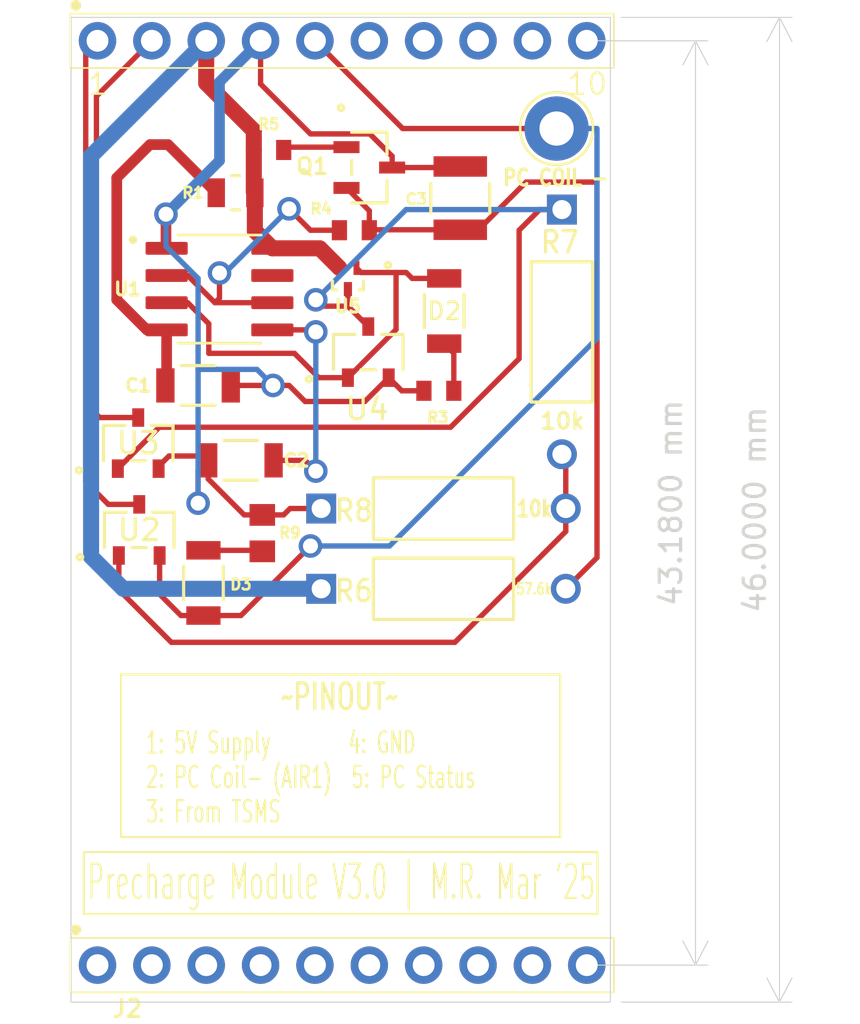
<source format=kicad_pcb>
(kicad_pcb (version 20240108) (generator "pcbnew") (generator_version "8.0")
  (layers (0 "F.Cu" signal) (31 "B.Cu" signal) (34 "B.Paste" user) (35 "F.Paste" user) (36 "B.SilkS" user "B.Silkscreen") (37 "F.SilkS" user "F.Silkscreen") (38 "B.Mask" user) (39 "F.Mask" user) (44 "Edge.Cuts" user))
  (net 0 "")
  (net 1 "Net-(Q1-C)")
  (net 2 "Net-(U1-CV)")
  (net 3 "Net-(U1-R)")
  (net 4 "Net-(D2-K)")
  (net 5 "Net-(D2-A)")
  (net 6 "Net-(D3-A)")
  (net 7 "Net-(D3-K)")
  (net 8 "Net-(U3-D)")
  (net 9 "Net-(U2-D)")
  (net 10 "Net-(Q1-E)")
  (net 11 "Net-(Q1-B)")
  (net 12 "Net-(U1-THR)")
  (net 14 "Net-(U1-VCC)")
  (net 15 "Net-(U3-G)")
  (net 16 "Net-(U2-G)")
  (footprint "Yellow RTDS LED:LED_AP3216SYD_KNB" (layer "F.Cu") (at 55.75 50.726 -90)
    (property "Reference" "D3" (at 0.074 -1.75 0) (layer "F.SilkS") (effects (font (size 0.5 0.5) (thickness 0.125))))
    (property "Value" "LED (Test)")
    (fp_line (start -0.78465 0.9271) (end 0.78465 0.9271) (stroke (width 0.1524)) (layer "F.SilkS"))
    (fp_line (start 0.78465 -0.9271) (end -0.78465 -0.9271) (stroke (width 0.1524)) (layer "F.SilkS"))
    (pad "1" smd rect (at -1.524 0 270) (size 0.8636 1.6002) (layers "F.Cu" "F.Paste" "F.Mask") (net 7 "Net-(D3-K)"))
    (pad "2" smd rect (at 1.524 0 270) (size 0.8636 1.6002) (layers "F.Cu" "F.Paste" "F.Mask") (net 6 "Net-(D3-A)"))
  )
  (footprint "CF14JT10K0:STA_CF14_STP" (layer "F.Cu") (at 61.25 51)
    (property "Reference" "R6" (at 1.53 0.1 0) (layer "F.SilkS") (effects (font (size 1 0.9))))
    (property "Value" "57.6k")
    (fp_line (start 2.4384 -1.4351) (end 2.4384 1.4351) (stroke (width 0.1524)) (layer "F.SilkS"))
    (fp_line (start 2.4384 1.4351) (end 8.9916 1.4351) (stroke (width 0.1524)) (layer "F.SilkS"))
    (fp_line (start 8.9916 -1.4351) (end 2.4384 -1.4351) (stroke (width 0.1524)) (layer "F.SilkS"))
    (fp_line (start 8.9916 1.4351) (end 8.9916 -1.4351) (stroke (width 0.1524)) (layer "F.SilkS"))
    (pad "1" thru_hole rect (at 0 0) (size 1.397 1.397) (drill 0.889) (layers "*.Cu" "*.Mask") (net 14 "Net-(U1-VCC)"))
    (pad "2" thru_hole circle (at 11.43 0) (size 1.397 1.397) (drill 0.889) (layers "*.Cu" "*.Mask") (net 10 "Net-(Q1-E)"))
  )
  (footprint "TestPoint:TestPoint_Loop_D2.60mm_Drill1.6mm_Beaded" (layer "F.Cu") (at 72.25 29.5)
    (property "Reference" "PC COIL -" (at -0.05 2.3 0) (layer "F.SilkS") (effects (font (size 0.75 0.6))))
    (property "Value" "TestPoint")
    (fp_circle (center 0 0) (end 1.7 0) (stroke (width 0.12)) (fill none) (layer "F.SilkS"))
    (pad "1" thru_hole circle (at 0 0) (size 3 3) (drill 1.6) (layers "*.Cu" "*.Mask") (net 6 "Net-(D3-A)"))
  )
  (footprint "Transistor:SOT-23_MCC" (layer "F.Cu") (at 63.5 31.3215 -90)
    (property "Reference" "Q1" (at -0.0609 2.663 0) (layer "F.SilkS") (effects (font (size 0.75 0.75))))
    (property "Value" "SS8550")
    (fp_line (start -0.34036 0.8255) (end 0.34036 0.8255) (stroke (width 0.1524)) (layer "F.SilkS"))
    (fp_line (start 1.651 0.8255) (end 1.651 -0.8255) (stroke (width 0.1524)) (layer "F.SilkS"))
    (fp_line (start -1.651 -0.8255) (end -1.651 0.8255) (stroke (width 0.1524)) (layer "F.SilkS"))
    (fp_line (start -0.61214 -0.8255) (end -1.651 -0.8255) (stroke (width 0.1524)) (layer "F.SilkS"))
    (fp_line (start 1.651 -0.8255) (end 0.61214 -0.8255) (stroke (width 0.1524)) (layer "F.SilkS"))
    (fp_circle (center -2.794 1.3208) (end -2.667 1.3208) (stroke (width 0.1524)) (fill none) (layer "F.SilkS"))
    (pad "1" smd rect (at -0.9525 1.0668 270) (size 0.5588 1.2192) (layers "F.Cu" "F.Paste" "F.Mask") (net 11 "Net-(Q1-B)"))
    (pad "2" smd rect (at 0.9525 1.0668 270) (size 0.5588 1.2192) (layers "F.Cu" "F.Paste" "F.Mask") (net 10 "Net-(Q1-E)"))
    (pad "3" smd rect (at 0 -1.0668 270) (size 0.5588 1.2192) (layers "F.Cu" "F.Paste" "F.Mask") (net 1 "Net-(Q1-C)"))
  )
  (footprint "1k Resistor:STA_RMCF0603_STP" (layer "F.Cu") (at 66.75 41.75 180)
    (property "Reference" "R3" (at 0.0515 -1.25 0) (layer "F.SilkS") (effects (font (size 0.5 0.5) (thickness 0.125))))
    (property "Value" "1k")
    (pad "1" smd rect (at -0.6985 0 180) (size 0.7112 0.9398) (layers "F.Cu" "F.Paste" "F.Mask") (net 4 "Net-(D2-K)"))
    (pad "2" smd rect (at 0.6985 0 180) (size 0.7112 0.9398) (layers "F.Cu" "F.Paste" "F.Mask") (net 1 "Net-(Q1-C)"))
  )
  (footprint "Capacitor 47u:CAP_CL32_SAM" (layer "F.Cu") (at 67.75 32.75 90)
    (property "Reference" "C3" (at -0.05 -2.05 0) (layer "F.SilkS") (effects (font (size 0.5 0.5) (thickness 0.125))))
    (property "Value" "47u")
    (fp_line (start 0.692451 -1.377) (end -0.692451 -1.377) (stroke (width 0.1524)) (layer "F.SilkS"))
    (fp_line (start -0.692451 1.377) (end 0.692451 1.377) (stroke (width 0.1524)) (layer "F.SilkS"))
    (pad "1" smd rect (at -1.477801 0 90) (size 0.9556 2.5) (layers "F.Cu" "F.Paste" "F.Mask") (net 10 "Net-(Q1-E)"))
    (pad "2" smd rect (at 1.477801 0 90) (size 0.9556 2.5) (layers "F.Cu" "F.Paste" "F.Mask") (net 1 "Net-(Q1-C)"))
  )
  (footprint "Yellow RTDS LED:LED_AP3216SYD_KNB" (layer "F.Cu") (at 67 38.024 90)
    (property "Reference" "D2" (at 0 0 0) (layer "F.SilkS") (effects (font (size 0.8 0.8) (thickness 0.125))))
    (property "Value" "3 second timer")
    (fp_line (start 0.78465 -0.9271) (end -0.78465 -0.9271) (stroke (width 0.1524)) (layer "F.SilkS"))
    (fp_line (start -0.78465 0.9271) (end 0.78465 0.9271) (stroke (width 0.1524)) (layer "F.SilkS"))
    (pad "1" smd rect (at -1.524 0 90) (size 0.8636 1.6002) (layers "F.Cu" "F.Paste" "F.Mask") (net 4 "Net-(D2-K)"))
    (pad "2" smd rect (at 1.524 0 90) (size 0.8636 1.6002) (layers "F.Cu" "F.Paste" "F.Mask") (net 5 "Net-(D2-A)"))
  )
  (footprint "150 Ohm resistor:RC0805N_YAG" (layer "F.Cu") (at 58.5 48.3991 -90)
    (property "Reference" "R9" (at -0.012 -1.2916 0) (layer "F.SilkS") (effects (font (size 0.5 0.5) (thickness 0.125))))
    (property "Value" "150R")
    (pad "1" smd rect (at -0.8509 0 270) (size 1.016 1.1938) (layers "F.Cu" "F.Paste" "F.Mask") (net 1 "Net-(Q1-C)"))
    (pad "2" smd rect (at 0.8509 0 270) (size 1.016 1.1938) (layers "F.Cu" "F.Paste" "F.Mask") (net 7 "Net-(D3-K)"))
  )
  (footprint "CF14JT10K0:STA_CF14_STP" (layer "F.Cu") (at 61.25 47.25)
    (property "Reference" "R8" (at 1.53 0.1 0) (layer "F.SilkS") (effects (font (size 1 0.9))))
    (property "Value" "10k")
    (fp_line (start 2.4384 -1.4351) (end 2.4384 1.4351) (stroke (width 0.1524)) (layer "F.SilkS"))
    (fp_line (start 2.4384 1.4351) (end 8.9916 1.4351) (stroke (width 0.1524)) (layer "F.SilkS"))
    (fp_line (start 8.9916 -1.4351) (end 2.4384 -1.4351) (stroke (width 0.1524)) (layer "F.SilkS"))
    (fp_line (start 8.9916 1.4351) (end 8.9916 -1.4351) (stroke (width 0.1524)) (layer "F.SilkS"))
    (pad "1" thru_hole rect (at 0 0) (size 1.397 1.397) (drill 0.889) (layers "*.Cu" "*.Mask") (net 1 "Net-(Q1-C)"))
    (pad "2" thru_hole circle (at 11.43 0) (size 1.397 1.397) (drill 0.889) (layers "*.Cu" "*.Mask") (net 16 "Net-(U2-G)"))
  )
  (footprint "0.1 C:CAP_CL31_SAM" (layer "F.Cu") (at 55.5 41.5)
    (property "Reference" "C1" (at -2.8 0 0) (layer "F.SilkS") (effects (font (size 0.6 0.6))))
    (property "Value" "0.1u")
    (fp_line (start -0.792451 0.927) (end 0.792451 0.927) (stroke (width 0.1524)) (layer "F.SilkS"))
    (fp_line (start 0.792451 -0.927) (end -0.792451 -0.927) (stroke (width 0.1524)) (layer "F.SilkS"))
    (pad "1" smd rect (at -1.527801 0) (size 0.8556 1.6) (layers "F.Cu" "F.Paste" "F.Mask") (net 3 "Net-(U1-R)"))
    (pad "2" smd rect (at 1.527801 0) (size 0.8556 1.6) (layers "F.Cu" "F.Paste" "F.Mask") (net 1 "Net-(Q1-C)"))
  )
  (footprint "0.1 C:CAP_CL31_SAM" (layer "F.Cu") (at 57.5 45 180)
    (property "Reference" "C2" (at -2.6 0 0) (layer "F.SilkS") (effects (font (size 0.6 0.6))))
    (property "Value" "0.1u")
    (fp_line (start 0.792451 -0.927) (end -0.792451 -0.927) (stroke (width 0.1524)) (layer "F.SilkS"))
    (fp_line (start -0.792451 0.927) (end 0.792451 0.927) (stroke (width 0.1524)) (layer "F.SilkS"))
    (pad "1" smd rect (at -1.527801 0 180) (size 0.8556 1.6) (layers "F.Cu" "F.Paste" "F.Mask") (net 2 "Net-(U1-CV)"))
    (pad "2" smd rect (at 1.527801 0 180) (size 0.8556 1.6) (layers "F.Cu" "F.Paste" "F.Mask") (net 1 "Net-(Q1-C)"))
  )
  (footprint "1k Resistor:STA_RMCF0603_STP" (layer "F.Cu") (at 58.8015 30.5)
    (property "Reference" "R5" (at 0 -1.2 0) (layer "F.SilkS") (effects (font (size 0.5 0.5) (thickness 0.125))))
    (property "Value" "1k")
    (pad "1" smd rect (at -0.6985 0) (size 0.7112 0.9398) (layers "F.Cu" "F.Paste" "F.Mask") (net 14 "Net-(U1-VCC)"))
    (pad "2" smd rect (at 0.6985 0) (size 0.7112 0.9398) (layers "F.Cu" "F.Paste" "F.Mask") (net 11 "Net-(Q1-B)"))
  )
  (footprint "NMOS:SOT23_INF" (layer "F.Cu") (at 52.75 48.25)
    (property "Reference" "U2" (at 0 0 0) (layer "F.SilkS"))
    (property "Value" "IRLML2060TRPBF")
    (fp_line (start -1.6256 -0.8255) (end -1.6256 0.8255) (stroke (width 0.1524)) (layer "F.SilkS"))
    (fp_line (start -0.61214 -0.8255) (end -1.6256 -0.8255) (stroke (width 0.1524)) (layer "F.SilkS"))
    (fp_line (start -0.34036 0.8255) (end 0.34036 0.8255) (stroke (width 0.1524)) (layer "F.SilkS"))
    (fp_line (start 1.6256 -0.8255) (end 0.61214 -0.8255) (stroke (width 0.1524)) (layer "F.SilkS"))
    (fp_line (start 1.6256 0.8255) (end 1.6256 -0.8255) (stroke (width 0.1524)) (layer "F.SilkS"))
    (fp_circle (center -2.7686 1.27) (end -2.6416 1.27) (stroke (width 0.1524)) (fill none) (layer "F.SilkS"))
    (pad "1" smd rect (at -0.9525 1.1938) (size 0.5588 0.8636) (layers "F.Cu" "F.Paste" "F.Mask") (net 16 "Net-(U2-G)"))
    (pad "2" smd rect (at 0.9525 1.1938) (size 0.5588 0.8636) (layers "F.Cu" "F.Paste" "F.Mask") (net 6 "Net-(D3-A)"))
    (pad "3" smd rect (at 0 -1.1938) (size 0.5588 0.8636) (layers "F.Cu" "F.Paste" "F.Mask") (net 9 "Net-(U2-D)"))
  )
  (footprint "CF14JT10K0:STA_CF14_STP" (layer "F.Cu") (at 72.5 33.285 -90)
    (property "Reference" "R7" (at 1.53 0.1 0) (layer "F.SilkS") (effects (font (size 1 0.9))))
    (property "Value" "10k")
    (fp_line (start 2.4384 1.4351) (end 8.9916 1.4351) (stroke (width 0.1524)) (layer "F.SilkS"))
    (fp_line (start 8.9916 1.4351) (end 8.9916 -1.4351) (stroke (width 0.1524)) (layer "F.SilkS"))
    (fp_line (start 2.4384 -1.4351) (end 2.4384 1.4351) (stroke (width 0.1524)) (layer "F.SilkS"))
    (fp_line (start 8.9916 -1.4351) (end 2.4384 -1.4351) (stroke (width 0.1524)) (layer "F.SilkS"))
    (pad "1" thru_hole rect (at 0 0 270) (size 1.397 1.397) (drill 0.889) (layers "*.Cu" "*.Mask") (net 15 "Net-(U3-G)"))
    (pad "2" thru_hole circle (at 11.43 0 270) (size 1.397 1.397) (drill 0.889) (layers "*.Cu" "*.Mask") (net 16 "Net-(U2-G)"))
  )
  (footprint "NMOS:SOT23_INF" (layer "F.Cu") (at 52.7025 44.1938)
    (property "Reference" "U3" (at 0 0 0) (layer "F.SilkS"))
    (property "Value" "IRLML2060TRPBF")
    (fp_line (start -1.6256 -0.8255) (end -1.6256 0.8255) (stroke (width 0.1524)) (layer "F.SilkS"))
    (fp_line (start -0.61214 -0.8255) (end -1.6256 -0.8255) (stroke (width 0.1524)) (layer "F.SilkS"))
    (fp_line (start -0.34036 0.8255) (end 0.34036 0.8255) (stroke (width 0.1524)) (layer "F.SilkS"))
    (fp_line (start 1.6256 -0.8255) (end 0.61214 -0.8255) (stroke (width 0.1524)) (layer "F.SilkS"))
    (fp_line (start 1.6256 0.8255) (end 1.6256 -0.8255) (stroke (width 0.1524)) (layer "F.SilkS"))
    (fp_circle (center -2.7686 1.27) (end -2.6416 1.27) (stroke (width 0.1524)) (fill none) (layer "F.SilkS"))
    (pad "1" smd rect (at -0.9525 1.1938) (size 0.5588 0.8636) (layers "F.Cu" "F.Paste" "F.Mask") (net 15 "Net-(U3-G)"))
    (pad "2" smd rect (at 0.9525 1.1938) (size 0.5588 0.8636) (layers "F.Cu" "F.Paste" "F.Mask") (net 1 "Net-(Q1-C)"))
    (pad "3" smd rect (at 0 -1.1938) (size 0.5588 0.8636) (layers "F.Cu" "F.Paste" "F.Mask") (net 8 "Net-(U3-D)"))
  )
  (footprint "1k Resistor:STA_RMCF0603_STP" (layer "F.Cu") (at 62.8015 34.25)
    (property "Reference" "R4" (at -1.5515 -1 0) (layer "F.SilkS") (effects (font (size 0.5 0.5) (thickness 0.125))))
    (property "Value" "1k")
    (pad "1" smd rect (at -0.6985 0) (size 0.7112 0.9398) (layers "F.Cu" "F.Paste" "F.Mask") (net 12 "Net-(U1-THR)"))
    (pad "2" smd rect (at 0.6985 0) (size 0.7112 0.9398) (layers "F.Cu" "F.Paste" "F.Mask") (net 10 "Net-(Q1-E)"))
  )
  (footprint "10 pin output:1X10-2.54MM-THT" (layer "F.Cu") (at 50.8 68.58)
    (property "Reference" "J2" (at 1.397 2.032 0) (layer "F.SilkS") (effects (font (size 0.8 0.8))))
    (property "Value" "PH1-10-UA")
    (fp_line (start -1.27 -1.27) (end -1.27 1.27) (stroke (width 0.0762)) (layer "F.SilkS"))
    (fp_line (start -1.27 -1.27) (end 24.13 -1.27) (stroke (width 0.0762)) (layer "F.SilkS"))
    (fp_line (start 24.13 -1.27) (end 24.13 1.27) (stroke (width 0.0762)) (layer "F.SilkS"))
    (fp_line (start 24.13 1.27) (end -1.27 1.27) (stroke (width 0.0762)) (layer "F.SilkS"))
    (fp_circle (center -1.016 -1.651) (end -0.762 -1.651) (fill solid) (layer "F.SilkS"))
    (pad "1" thru_hole circle (at 0 0) (size 1.75 1.75) (drill 1.02) (layers "*.Cu" "*.Mask"))
    (pad "2" thru_hole circle (at 2.54 0) (size 1.75 1.75) (drill 1.02) (layers "*.Cu" "*.Mask"))
    (pad "3" thru_hole circle (at 5.08 0) (size 1.75 1.75) (drill 1.02) (layers "*.Cu" "*.Mask"))
    (pad "4" thru_hole circle (at 7.62 0) (size 1.75 1.75) (drill 1.02) (layers "*.Cu" "*.Mask"))
    (pad "5" thru_hole circle (at 10.16 0) (size 1.75 1.75) (drill 1.02) (layers "*.Cu" "*.Mask"))
    (pad "6" thru_hole circle (at 12.7 0) (size 1.75 1.75) (drill 1.02) (layers "*.Cu" "*.Mask"))
    (pad "7" thru_hole circle (at 15.24 0) (size 1.75 1.75) (drill 1.02) (layers "*.Cu" "*.Mask"))
    (pad "8" thru_hole circle (at 17.78 0) (size 1.75 1.75) (drill 1.02) (layers "*.Cu" "*.Mask"))
    (pad "9" thru_hole circle (at 20.32 0) (size 1.75 1.75) (drill 1.02) (layers "*.Cu" "*.Mask"))
    (pad "10" thru_hole circle (at 22.86 0) (size 1.75 1.75) (drill 1.02) (layers "*.Cu" "*.Mask"))
  )
  (footprint "555 Timer:SOIC127P599X175-8N" (layer "F.Cu") (at 56.5 37)
    (property "Reference" "U1" (at -4.3 0 0) (layer "F.SilkS") (effects (font (size 0.6 0.6))))
    (property "Value" "NE555D")
    (fp_line (start -1.95 -2.525) (end 1.95 -2.525) (stroke (width 0.127)) (layer "F.SilkS"))
    (fp_line (start -1.95 2.525) (end 1.95 2.525) (stroke (width 0.127)) (layer "F.SilkS"))
    (fp_circle (center -4.04 -2.305) (end -3.94 -2.305) (stroke (width 0.2)) (fill none) (layer "F.SilkS"))
    (pad "1" smd roundrect (at -2.47 -1.905) (size 1.97 0.6) (layers "F.Cu" "F.Paste" "F.Mask") (roundrect_rratio 0.125) (net 1 "Net-(Q1-C)"))
    (pad "2" smd roundrect (at -2.47 -0.635) (size 1.97 0.6) (layers "F.Cu" "F.Paste" "F.Mask") (roundrect_rratio 0.125) (net 12 "Net-(U1-THR)"))
    (pad "3" smd roundrect (at -2.47 0.635) (size 1.97 0.6) (layers "F.Cu" "F.Paste" "F.Mask") (roundrect_rratio 0.125) (net 5 "Net-(D2-A)"))
    (pad "4" smd roundrect (at -2.47 1.905) (size 1.97 0.6) (layers "F.Cu" "F.Paste" "F.Mask") (roundrect_rratio 0.125) (net 3 "Net-(U1-R)"))
    (pad "5" smd roundrect (at 2.47 1.905) (size 1.97 0.6) (layers "F.Cu" "F.Paste" "F.Mask") (roundrect_rratio 0.125) (net 2 "Net-(U1-CV)"))
    (pad "6" smd roundrect (at 2.47 0.635) (size 1.97 0.6) (layers "F.Cu" "F.Paste" "F.Mask") (roundrect_rratio 0.125) (net 12 "Net-(U1-THR)"))
    (pad "7" smd roundrect (at 2.47 -0.635) (size 1.97 0.6) (layers "F.Cu" "F.Paste" "F.Mask") (roundrect_rratio 0.125))
    (pad "8" smd roundrect (at 2.47 -1.905) (size 1.97 0.6) (layers "F.Cu" "F.Paste" "F.Mask") (roundrect_rratio 0.125) (net 14 "Net-(U1-VCC)"))
  )
  (footprint "NMOS:SOT23_INF" (layer "F.Cu") (at 63.4525 39.9438)
    (property "Reference" "U4" (at -0.0525 2.6562 0) (layer "F.SilkS"))
    (property "Value" "IRLML2060TRPBF")
    (fp_line (start -1.6256 -0.8255) (end -1.6256 0.8255) (stroke (width 0.1524)) (layer "F.SilkS"))
    (fp_line (start -0.61214 -0.8255) (end -1.6256 -0.8255) (stroke (width 0.1524)) (layer "F.SilkS"))
    (fp_line (start -0.34036 0.8255) (end 0.34036 0.8255) (stroke (width 0.1524)) (layer "F.SilkS"))
    (fp_line (start 1.6256 -0.8255) (end 0.61214 -0.8255) (stroke (width 0.1524)) (layer "F.SilkS"))
    (fp_line (start 1.6256 0.8255) (end 1.6256 -0.8255) (stroke (width 0.1524)) (layer "F.SilkS"))
    (fp_circle (center -2.7686 1.27) (end -2.6416 1.27) (stroke (width 0.1524)) (fill none) (layer "F.SilkS"))
    (pad "1" smd rect (at -0.9525 1.1938) (size 0.5588 0.8636) (layers "F.Cu" "F.Paste" "F.Mask") (net 5 "Net-(D2-A)"))
    (pad "2" smd rect (at 0.9525 1.1938) (size 0.5588 0.8636) (layers "F.Cu" "F.Paste" "F.Mask") (net 1 "Net-(Q1-C)"))
    (pad "3" smd rect (at 0 -1.1938) (size 0.5588 0.8636) (layers "F.Cu" "F.Paste" "F.Mask") (net 15 "Net-(U3-G)"))
  )
  (footprint "22k resistor:STA_RMCF0805_STP" (layer "F.Cu") (at 57.25 32.5)
    (property "Reference" "R1" (at -1.9916 0 0) (layer "F.SilkS") (effects (font (size 0.5 0.5) (thickness 0.125))))
    (property "Value" "22k")
    (fp_line (start -0.18775 0.8001) (end 0.18775 0.8001) (stroke (width 0.1524)) (layer "F.SilkS"))
    (fp_line (start 0.18775 -0.8001) (end -0.18775 -0.8001) (stroke (width 0.1524)) (layer "F.SilkS"))
    (pad "1" smd rect (at -0.9017 0) (size 0.8128 1.3462) (layers "F.Cu" "F.Paste" "F.Mask") (net 3 "Net-(U1-R)"))
    (pad "2" smd rect (at 0.9017 0) (size 0.8128 1.3462) (layers "F.Cu" "F.Paste" "F.Mask") (net 14 "Net-(U1-VCC)"))
  )
  (footprint "10 pin output:1X10-2.54MM-THT" (layer "F.Cu") (at 50.8 25.4)
    (property "Reference" "J1" (hide yes))
    (property "Value" "PH1-10-UA")
    (fp_line (start -1.27 -1.27) (end -1.27 1.27) (stroke (width 0.0762)) (layer "F.SilkS"))
    (fp_line (start -1.27 -1.27) (end 24.13 -1.27) (stroke (width 0.0762)) (layer "F.SilkS"))
    (fp_line (start 24.13 -1.27) (end 24.13 1.27) (stroke (width 0.0762)) (layer "F.SilkS"))
    (fp_line (start 24.13 1.27) (end -1.27 1.27) (stroke (width 0.0762)) (layer "F.SilkS"))
    (fp_circle (center -1.016 -1.651) (end -0.762 -1.651) (fill solid) (layer "F.SilkS"))
    (pad "1" thru_hole circle (at 0 0) (size 1.75 1.75) (drill 1.02) (layers "*.Cu" "*.Mask") (net 9 "Net-(U2-D)"))
    (pad "2" thru_hole circle (at 2.54 0) (size 1.75 1.75) (drill 1.02) (layers "*.Cu" "*.Mask") (net 8 "Net-(U3-D)"))
    (pad "3" thru_hole circle (at 5.08 0) (size 1.75 1.75) (drill 1.02) (layers "*.Cu" "*.Mask") (net 14 "Net-(U1-VCC)"))
    (pad "4" thru_hole circle (at 7.62 0) (size 1.75 1.75) (drill 1.02) (layers "*.Cu" "*.Mask") (net 1 "Net-(Q1-C)"))
    (pad "5" thru_hole circle (at 10.16 0) (size 1.75 1.75) (drill 1.02) (layers "*.Cu" "*.Mask") (net 6 "Net-(D3-A)"))
    (pad "6" thru_hole circle (at 12.7 0) (size 1.75 1.75) (drill 1.02) (layers "*.Cu" "*.Mask"))
    (pad "7" thru_hole circle (at 15.24 0) (size 1.75 1.75) (drill 1.02) (layers "*.Cu" "*.Mask"))
    (pad "8" thru_hole circle (at 17.78 0) (size 1.75 1.75) (drill 1.02) (layers "*.Cu" "*.Mask"))
    (pad "9" thru_hole circle (at 20.32 0) (size 1.75 1.75) (drill 1.02) (layers "*.Cu" "*.Mask"))
    (pad "10" thru_hole circle (at 22.86 0) (size 1.75 1.75) (drill 1.02) (layers "*.Cu" "*.Mask"))
  )
  (footprint "PMOS:VESM_TOS" (layer "F.Cu") (at 62.5 36.5047 180)
    (property "Reference" "U5" (at 0 -1.2953 0) (layer "F.SilkS") (effects (font (size 0.6 0.6))))
    (property "Value" "SSM3J56MFV_L3F")
    (fp_line (start 0.7239 -0.112037) (end 0.7239 -0.5334) (stroke (width 0.1524)) (layer "F.SilkS"))
    (fp_line (start 0.7239 -0.5334) (end 0.52324 -0.5334) (stroke (width 0.1524)) (layer "F.SilkS"))
    (fp_line (start -0.52324 -0.5334) (end -0.7239 -0.5334) (stroke (width 0.1524)) (layer "F.SilkS"))
    (fp_line (start -0.7239 -0.5334) (end -0.7239 -0.112037) (stroke (width 0.1524)) (layer "F.SilkS"))
    (fp_circle (center -1.8669 0.6223) (end -1.7399 0.6223) (stroke (width 0.1524)) (fill none) (layer "F.SilkS"))
    (pad "1" smd rect (at -0.40005 0.4953 180) (size 0.2794 0.6604) (layers "F.Cu" "F.Paste" "F.Mask") (net 5 "Net-(D2-A)"))
    (pad "2" smd rect (at 0.40005 0.4953 180) (size 0.2794 0.6604) (layers "F.Cu" "F.Paste" "F.Mask") (net 14 "Net-(U1-VCC)"))
    (pad "3" smd rect (at 0 -0.4953 180) (size 0.381 0.6604) (layers "F.Cu" "F.Paste" "F.Mask") (net 15 "Net-(U3-G)"))
  )
  (gr_rect (start 51.903596 55) (end 72.422405 62.6) (stroke (width 0.1)) (fill none) (layer "F.SilkS"))
  (gr_rect (start 50.163 63.3) (end 74.163 66.2) (stroke (width 0.1)) (fill none) (layer "F.SilkS"))
  (gr_rect (start 49.563 24.3084) (end 74.763 70.3084) (stroke (width 0.05)) (fill none) (layer "Edge.Cuts"))
  (gr_text "1" (at 50.27381 28 0) (layer "F.SilkS") (effects (font (size 1 1) (thickness 0.1)) (justify left bottom)))
  (gr_text "1: 5V Supply	4: GND\n2: PC Coil- (AIR1)  5: PC Status\n3: From TSMS" (at 53.001572 62 0) (layer "F.SilkS") (effects (font (size 1 0.6) (thickness 0.1)) (justify left bottom)))
  (gr_text "10" (at 72.657619 28 0) (layer "F.SilkS") (effects (font (size 1 1) (thickness 0.1)) (justify left bottom)))
  (gr_text "10k\n" (at 70.3 47.7 0) (layer "F.SilkS") (effects (font (size 0.75 0.6) (thickness 0.15) (bold yes)) (justify left bottom)))
  (gr_text "10k\n" (at 71.4 43.6 0) (layer "F.SilkS") (effects (font (size 0.75 0.75) (thickness 0.15) (bold yes)) (justify left bottom)))
  (gr_text "Precharge Module V3.0 | M.R. Mar '25\n" (at 50.264427 65.6385 0) (layer "F.SilkS") (effects (font (size 1.6 0.8) (thickness 0.1)) (justify left bottom)))
  (gr_text "~PINOUT~" (at 59.294191 56.75 0) (layer "F.SilkS") (effects (font (size 1.2 0.8) (thickness 0.15) (bold yes)) (justify left bottom)))
  (gr_text "57.6k" (at 70.3 51.3 0) (layer "F.SilkS") (effects (font (size 0.5 0.4) (thickness 0.1) (bold yes)) (justify left bottom)))
  (dimension (type aligned) (layer "Edge.Cuts") (pts (xy 74.763 24.3084) (xy 74.763 70.3084)) (height -7.9) (gr_text "46.0000 mm" (at 81.513 47.3084 90) (layer "Edge.Cuts") (effects (font (size 1 1) (thickness 0.15)))) (format (prefix "") (suffix "") (units 3) (units_format 1) (precision 4)) (style (thickness 0.05) (arrow_length 1.27) (text_position_mode 0) (extension_height 0.58642) (extension_offset 0.5) keep_text_aligned))
  (dimension (type aligned) (layer "Edge.Cuts") (pts (xy 73.66 68.58) (xy 73.66 25.4)) (height 5.08) (gr_text "43.1800 mm" (at 77.59 46.99 90) (layer "Edge.Cuts") (effects (font (size 1 1) (thickness 0.15)))) (format (prefix "") (suffix "") (units 3) (units_format 1) (precision 4)) (style (thickness 0.05) (arrow_length 1.27) (text_position_mode 0) (extension_height 0.58642) (extension_offset 0.5) keep_text_aligned))
  (segment (start 66.0515 41.75) (end 65.0174 41.75) (width 0.25) (layer "F.Cu") (net 1))
  (segment (start 58.5 47.5482) (end 57.6531 47.5482) (width 0.25) (layer "F.Cu") (net 1))
  (segment (start 59.75 41.5) (end 60.5 42.25) (width 0.25) (layer "F.Cu") (net 1))
  (segment (start 59.75 41.5) (end 59 41.5) (width 0.25) (layer "F.Cu") (net 1))
  (segment (start 65.0174 41.75) (end 64.405 41.1376) (width 0.25) (layer "F.Cu") (net 1))
  (segment (start 59.7949 47.25) (end 59.4967 47.5482) (width 0.25) (layer "F.Cu") (net 1))
  (segment (start 58.42 27.42) (end 58.42 25.4) (width 0.25) (layer "F.Cu") (net 1))
  (segment (start 67.700699 31.3215) (end 67.75 31.272199) (width 0.25) (layer "F.Cu") (net 1))
  (segment (start 64.5668 31.3215) (end 64.5668 30.7921) (width 0.25) (layer "F.Cu") (net 1))
  (segment (start 55.769699 44.7975) (end 55.972199 45) (width 0.25) (layer "F.Cu") (net 1))
  (segment (start 54.1376 44.7975) (end 53.5475 45.3876) (width 0.25) (layer "F.Cu") (net 1))
  (segment (start 64.5668 30.7921) (end 63.5247 29.75) (width 0.25) (layer "F.Cu") (net 1))
  (segment (start 63.5247 29.75) (end 60.75 29.75) (width 0.25) (layer "F.Cu") (net 1))
  (segment (start 55.5 45.472199) (end 55.972199 45) (width 0.25) (layer "F.Cu") (net 1))
  (segment (start 57.6531 47.5482) (end 55.972199 45.867299) (width 0.25) (layer "F.Cu") (net 1))
  (segment (start 54 35.065) (end 54.03 35.095) (width 0.25) (layer "F.Cu") (net 1))
  (segment (start 63.2926 42.25) (end 64.405 41.1376) (width 0.25) (layer "F.Cu") (net 1))
  (segment (start 61.25 47.25) (end 59.7949 47.25) (width 0.25) (layer "F.Cu") (net 1))
  (segment (start 64.5668 31.3215) (end 67.700699 31.3215) (width 0.25) (layer "F.Cu") (net 1))
  (segment (start 55.972199 45.867299) (end 55.972199 45) (width 0.25) (layer "F.Cu") (net 1))
  (segment (start 54 33.5) (end 54 35.065) (width 0.5) (layer "F.Cu") (net 1))
  (segment (start 54.1376 44.7975) (end 55.769699 44.7975) (width 0.25) (layer "F.Cu") (net 1))
  (segment (start 60.5 42.25) (end 63.2926 42.25) (width 0.25) (layer "F.Cu") (net 1))
  (segment (start 57.027801 41.5) (end 59 41.5) (width 0.25) (layer "F.Cu") (net 1))
  (segment (start 55.5 47) (end 55.5 45.472199) (width 0.25) (layer "F.Cu") (net 1))
  (segment (start 60.75 29.75) (end 58.42 27.42) (width 0.25) (layer "F.Cu") (net 1))
  (segment (start 59.4967 47.5482) (end 58.5 47.5482) (width 0.25) (layer "F.Cu") (net 1))
  (via (at 55.5 47) (size 1.1) (drill 0.7) (layers "F.Cu" "B.Cu") (net 1))
  (via (at 54 33.5) (size 1.1) (drill 0.7) (layers "F.Cu" "B.Cu") (net 1))
  (via (at 59 41.5) (size 1.1) (drill 0.7) (layers "F.Cu" "B.Cu") (net 1))
  (segment (start 54 33.5) (end 54 35) (width 0.25) (layer "B.Cu") (net 1))
  (segment (start 54 33.5) (end 56.5 31) (width 0.5) (layer "B.Cu") (net 1))
  (segment (start 55.5 47) (end 55.5 40.75) (width 0.25) (layer "B.Cu") (net 1))
  (segment (start 56.5 27.32) (end 58.42 25.4) (width 0.5) (layer "B.Cu") (net 1))
  (segment (start 56.5 31) (end 56.5 27.32) (width 0.5) (layer "B.Cu") (net 1))
  (segment (start 54 35) (end 55.5 36.5) (width 0.25) (layer "B.Cu") (net 1))
  (segment (start 59 41.5) (end 58.25 40.75) (width 0.25) (layer "B.Cu") (net 1))
  (segment (start 55.5 36.5) (end 55.5 40.75) (width 0.25) (layer "B.Cu") (net 1))
  (segment (start 58.25 40.75) (end 55.5 40.75) (width 0.25) (layer "B.Cu") (net 1))
  (segment (start 60.5 45) (end 61 45.5) (width 0.25) (layer "F.Cu") (net 2))
  (segment (start 59.027801 45) (end 60.5 45) (width 0.25) (layer "F.Cu") (net 2))
  (segment (start 60.905 38.905) (end 61 39) (width 0.25) (layer "F.Cu") (net 2))
  (segment (start 58.97 38.905) (end 60.905 38.905) (width 0.25) (layer "F.Cu") (net 2))
  (via (at 61 39) (size 1.1) (drill 0.7) (layers "F.Cu" "B.Cu") (net 2))
  (via (at 61 45.5) (size 1.1) (drill 0.7) (layers "F.Cu" "B.Cu") (net 2))
  (segment (start 61 39) (end 61 45.5) (width 0.25) (layer "B.Cu") (net 2))
  (segment (start 54.03 38.905) (end 53.105 38.905) (width 0.5) (layer "F.Cu") (net 3))
  (segment (start 53.25 30.25) (end 54.0983 30.25) (width 0.5) (layer "F.Cu") (net 3))
  (segment (start 54.03 41.442199) (end 53.972199 41.5) (width 0.5) (layer "F.Cu") (net 3))
  (segment (start 54.0983 30.25) (end 56.3483 32.5) (width 0.5) (layer "F.Cu") (net 3))
  (segment (start 51.7 37.5) (end 51.7 31.8) (width 0.5) (layer "F.Cu") (net 3))
  (segment (start 54.03 38.905) (end 54.03 41.442199) (width 0.5) (layer "F.Cu") (net 3))
  (segment (start 51.7 31.8) (end 53.25 30.25) (width 0.5) (layer "F.Cu") (net 3))
  (segment (start 53.105 38.905) (end 51.7 37.5) (width 0.5) (layer "F.Cu") (net 3))
  (segment (start 67.4485 39.9965) (end 67.4485 41.75) (width 0.25) (layer "F.Cu") (net 4))
  (segment (start 67 39.548) (end 67.4485 39.9965) (width 0.25) (layer "F.Cu") (net 4))
  (segment (start 55.014999 37.635) (end 56 38.620001) (width 0.25) (layer "F.Cu") (net 5))
  (segment (start 64.75 36.226) (end 65.226 36.226) (width 0.25) (layer "F.Cu") (net 5))
  (segment (start 56 40) (end 60 40) (width 0.25) (layer "F.Cu") (net 5))
  (segment (start 56 38.620001) (end 56 40) (width 0.25) (layer "F.Cu") (net 5))
  (segment (start 64.75 36.226) (end 63.11665 36.226) (width 0.25) (layer "F.Cu") (net 5))
  (segment (start 64.75 38.8876) (end 62.5 41.1376) (width 0.25) (layer "F.Cu") (net 5))
  (segment (start 63.11665 36.226) (end 62.90005 36.0094) (width 0.25) (layer "F.Cu") (net 5))
  (segment (start 65.226 36.226) (end 65.5 36.5) (width 0.25) (layer "F.Cu") (net 5))
  (segment (start 64.75 36.226) (end 64.75 38.8876) (width 0.25) (layer "F.Cu") (net 5))
  (segment (start 54.03 37.635) (end 55.014999 37.635) (width 0.25) (layer "F.Cu") (net 5))
  (segment (start 65.5 36.5) (end 67 36.5) (width 0.25) (layer "F.Cu") (net 5))
  (segment (start 62.5 41.1376) (end 61.1376 41.1376) (width 0.25) (layer "F.Cu") (net 5))
  (segment (start 61.1376 41.1376) (end 60 40) (width 0.25) (layer "F.Cu") (net 5))
  (segment (start 53.7025 49.4438) (end 53.7025 51.2526) (width 0.25) (layer "F.Cu") (net 6))
  (segment (start 54.6999 52.25) (end 55.75 52.25) (width 0.25) (layer "F.Cu") (net 6))
  (segment (start 65.06 29.5) (end 60.96 25.4) (width 0.25) (layer "F.Cu") (net 6))
  (segment (start 57.5 52.25) (end 60.75 49) (width 0.25) (layer "F.Cu") (net 6))
  (segment (start 55.75 52.25) (end 57.5 52.25) (width 0.25) (layer "F.Cu") (net 6))
  (segment (start 72.25 29.5) (end 65.06 29.5) (width 0.25) (layer "F.Cu") (net 6))
  (segment (start 53.7025 51.2526) (end 54.6999 52.25) (width 0.25) (layer "F.Cu") (net 6))
  (via (at 60.75 49) (size 1.1) (drill 0.7) (layers "F.Cu" "B.Cu") (net 6))
  (segment (start 64.447 49) (end 74.138 39.309) (width 0.25) (layer "B.Cu") (net 6))
  (segment (start 74.138 39.309) (end 74.138 29.5) (width 0.25) (layer "B.Cu") (net 6))
  (segment (start 74.138 29.5) (end 72.25 29.5) (width 0.25) (layer "B.Cu") (net 6))
  (segment (start 60.75 49) (end 64.447 49) (width 0.25) (layer "B.Cu") (net 6))
  (segment (start 58.452 49.202) (end 58.5 49.25) (width 0.25) (layer "F.Cu") (net 7))
  (segment (start 55.75 49.202) (end 58.452 49.202) (width 0.25) (layer "F.Cu") (net 7))
  (segment (start 50.75 27.99) (end 53.34 25.4) (width 0.25) (layer "F.Cu") (net 8))
  (segment (start 50.905 43) (end 50.75 42.845) (width 0.25) (layer "F.Cu") (net 8))
  (segment (start 50.75 42.845) (end 50.75 27.99) (width 0.25) (layer "F.Cu") (net 8))
  (segment (start 52.7025 43) (end 50.905 43) (width 0.25) (layer "F.Cu") (net 8))
  (segment (start 50.25 25.95) (end 50.8 25.4) (width 0.25) (layer "F.Cu") (net 9))
  (segment (start 52.5 47.0562) (end 51.3062 47.0562) (width 0.25) (layer "F.Cu") (net 9))
  (segment (start 50.25 46) (end 50.25 25.95) (width 0.25) (layer "F.Cu") (net 9))
  (segment (start 51.3062 47.0562) (end 50.25 46) (width 0.25) (layer "F.Cu") (net 9))
  (segment (start 74.138 49.542) (end 74.138 32) (width 0.25) (layer "F.Cu") (net 10))
  (segment (start 62.4332 32.274) (end 63.5 33.3408) (width 0.25) (layer "F.Cu") (net 10))
  (segment (start 63.5 33.3408) (end 63.5 34.25) (width 0.25) (layer "F.Cu") (net 10))
  (segment (start 67.75 34.227801) (end 63.522199 34.227801) (width 0.25) (layer "F.Cu") (net 10))
  (segment (start 63.522199 34.227801) (end 63.5 34.25) (width 0.25) (layer "F.Cu") (net 10))
  (segment (start 74.138 32) (end 70.825179 32) (width 0.25) (layer "F.Cu") (net 10))
  (segment (start 68.597378 34.227801) (end 67.75 34.227801) (width 0.25) (layer "F.Cu") (net 10))
  (segment (start 70.825179 32) (end 68.597378 34.227801) (width 0.25) (layer "F.Cu") (net 10))
  (segment (start 72.68 51) (end 74.138 49.542) (width 0.25) (layer "F.Cu") (net 10))
  (segment (start 62.4332 30.369) (end 59.631 30.369) (width 0.25) (layer "F.Cu") (net 11))
  (segment (start 59.631 30.369) (end 59.5 30.5) (width 0.25) (layer "F.Cu") (net 11))
  (segment (start 60.75 34.25) (end 62.103 34.25) (width 0.25) (layer "F.Cu") (net 12))
  (segment (start 56.284999 37.635) (end 58.97 37.635) (width 0.25) (layer "F.Cu") (net 12))
  (segment (start 56.5 36.25) (end 56.5 37.419999) (width 0.25) (layer "F.Cu") (net 12))
  (segment (start 59.75 33.25) (end 60.75 34.25) (width 0.25) (layer "F.Cu") (net 12))
  (segment (start 54.03 36.365) (end 55.014999 36.365) (width 0.25) (layer "F.Cu") (net 12))
  (segment (start 56.5 37.419999) (end 56.284999 37.635) (width 0.25) (layer "F.Cu") (net 12))
  (segment (start 55.014999 36.365) (end 56.284999 37.635) (width 0.25) (layer "F.Cu") (net 12))
  (via (at 56.5 36.25) (size 1.1) (drill 0.7) (layers "F.Cu" "B.Cu") (net 12))
  (via (at 59.75 33.25) (size 1.1) (drill 0.7) (layers "F.Cu" "B.Cu") (net 12))
  (segment (start 59.75 33.25) (end 56.75 36.25) (width 0.25) (layer "B.Cu") (net 12))
  (segment (start 56.75 36.25) (end 56.5 36.25) (width 0.25) (layer "B.Cu") (net 12))
  (segment (start 58.1517 32.5) (end 58.1517 34.2767) (width 0.75) (layer "F.Cu") (net 14))
  (segment (start 58.1517 34.2767) (end 58.97 35.095) (width 0.75) (layer "F.Cu") (net 14))
  (segment (start 58.103 29.603) (end 58.103 30.5) (width 0.75) (layer "F.Cu") (net 14))
  (segment (start 58.97 35.095) (end 61.18555 35.095) (width 0.75) (layer "F.Cu") (net 14))
  (segment (start 55.88 27.38) (end 58.103 29.603) (width 0.75) (layer "F.Cu") (net 14))
  (segment (start 55.88 25.4) (end 55.88 27.38) (width 0.75) (layer "F.Cu") (net 14))
  (segment (start 58.103 30.5) (end 58.103 32.4513) (width 0.75) (layer "F.Cu") (net 14))
  (segment (start 61.18555 35.095) (end 62.09995 36.0094) (width 0.75) (layer "F.Cu") (net 14))
  (segment (start 58.103 32.4513) (end 58.1517 32.5) (width 0.75) (layer "F.Cu") (net 14))
  (segment (start 50.5 49.5) (end 50.5 30.78) (width 0.75) (layer "B.Cu") (net 14))
  (segment (start 52 51) (end 50.5 49.5) (width 0.75) (layer "B.Cu") (net 14))
  (segment (start 52 51) (end 61.25 51) (width 0.75) (layer "B.Cu") (net 14))
  (segment (start 55.88 25.4) (end 50.5 30.78) (width 0.75) (layer "B.Cu") (net 14))
  (segment (start 62.5 37.7975) (end 63.4525 38.75) (width 0.25) (layer "F.Cu") (net 15))
  (segment (start 70.5 34.25) (end 70.5 40.25) (width 0.25) (layer "F.Cu") (net 15))
  (segment (start 53.6851 43.4525) (end 51.75 45.3876) (width 0.25) (layer "F.Cu") (net 15))
  (segment (start 61.2975 37.7975) (end 61 37.5) (width 0.25) (layer "F.Cu") (net 15))
  (segment (start 71.465 33.285) (end 70.5 34.25) (width 0.25) (layer "F.Cu") (net 15))
  (segment (start 67.2975 43.4525) (end 53.6851 43.4525) (width 0.25) (layer "F.Cu") (net 15))
  (segment (start 62.5 37.7975) (end 61.2975 37.7975) (width 0.25) (layer "F.Cu") (net 15))
  (segment (start 62.5 37) (end 62.5 37.7975) (width 0.25) (layer "F.Cu") (net 15))
  (segment (start 70.5 40.25) (end 67.2975 43.4525) (width 0.25) (layer "F.Cu") (net 15))
  (segment (start 72.5 32.785) (end 71.965 32.785) (width 0.25) (layer "F.Cu") (net 15))
  (segment (start 72.5 33.285) (end 71.465 33.285) (width 0.25) (layer "F.Cu") (net 15))
  (via (at 61 37.5) (size 1.1) (drill 0.7) (layers "F.Cu" "B.Cu") (net 15))
  (segment (start 61 37.5) (end 65.215 33.285) (width 0.25) (layer "B.Cu") (net 15))
  (segment (start 65.215 33.285) (end 72.5 33.285) (width 0.25) (layer "B.Cu") (net 15))
  (segment (start 51.7975 51.0475) (end 51.7975 49.4438) (width 0.25) (layer "F.Cu") (net 16))
  (segment (start 54.25 53.5) (end 67.5 53.5) (width 0.25) (layer "F.Cu") (net 16))
  (segment (start 72.68 47.25) (end 72.68 44.895) (width 0.25) (layer "F.Cu") (net 16))
  (segment (start 67.5 53.5) (end 72.68 48.32) (width 0.25) (layer "F.Cu") (net 16))
  (segment (start 54.25 53.5) (end 51.7975 51.0475) (width 0.25) (layer "F.Cu") (net 16))
  (segment (start 72.68 44.895) (end 72.5 44.715) (width 0.25) (layer "F.Cu") (net 16))
  (segment (start 72.68 48.32) (end 72.68 47.25) (width 0.25) (layer "F.Cu") (net 16))
)
</source>
